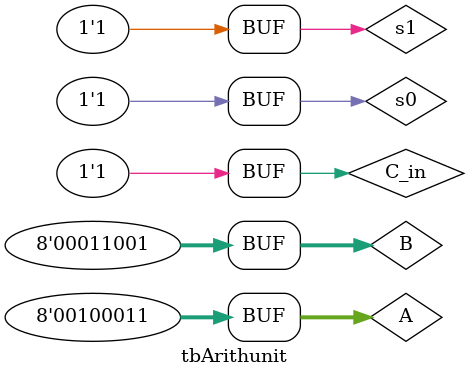
<source format=v>
module tbArithunit;
	reg [7:0]A,B;
	reg s1,s0,C_in;
	wire [7:0]D;
	wire z, C_out;
	
	arithunit au(D,C_out,z,A,B,s1,s0,C_in);
	
	initial 
	begin
		$monitor("A=%d, B=%d, s1=%b, s0=%b, C_in=%b, D=%d, C_out=%b, z=%b",A,B,s1,s0,C_in,D,C_out,z);
		
		A=35;
		B=25;
		
		#0 s1=0; s0=0; C_in=0;
		#10 s1=0; s0=0; C_in=1;
		#10 s1=0; s0=1; C_in=0;
		#10 s1=0; s0=1; C_in=1;
		#10 s1=1; s0=0; C_in=0;
		#10 s1=1; s0=0; C_in=1;
		#10 s1=1; s0=1; C_in=0;
		#10 s1=1; s0=1; C_in=1;
		
		
	end
endmodule
</source>
